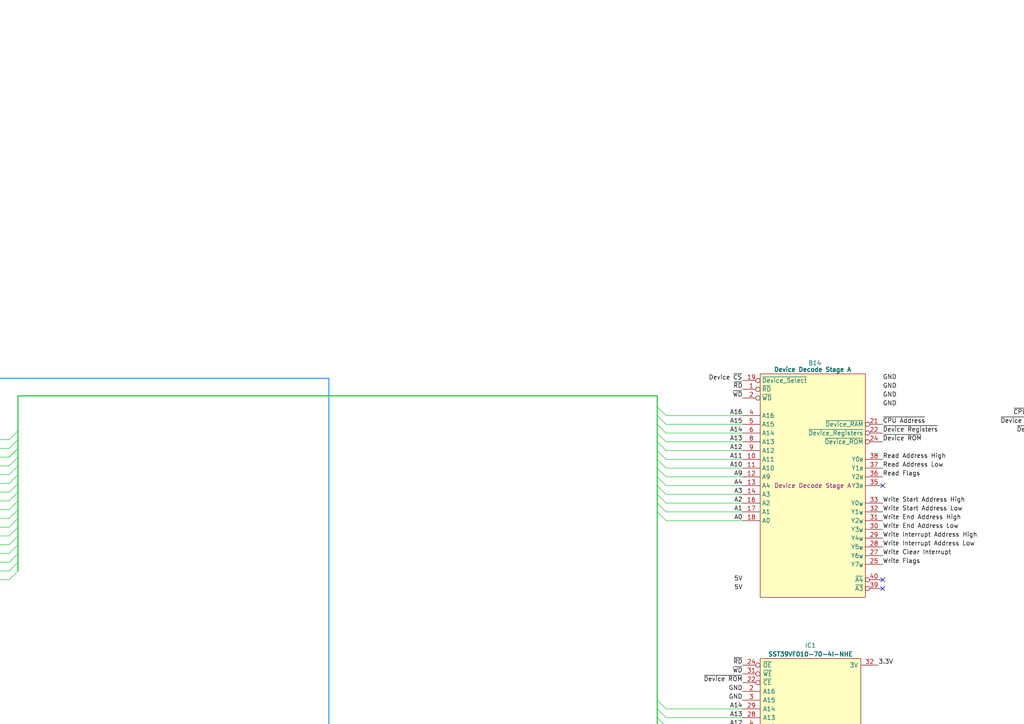
<source format=kicad_sch>
(kicad_sch (version 20230121) (generator eeschema)
  (paper "A4")
  (lib_symbols
    (symbol "Connector:Conn_01x40_Pin" (pin_names (offset 1.016) hide)
      (property "Reference" "J" (at 0 50.8 0))
      (property "Value" "Conn_01x40_Pin" (at 0 -53.34 0))
      (symbol "Conn_01x40_Pin_1_1"
        (pin passive line (at 5.08 48.26 180) (length 3.81) (name "Pin_1") (number "1"))
        (pin passive line (at 5.08 25.4 180) (length 3.81) (name "Pin_10") (number "10"))
        (pin passive line (at 5.08 22.86 180) (length 3.81) (name "Pin_11") (number "11"))
        (pin passive line (at 5.08 20.32 180) (length 3.81) (name "Pin_12") (number "12"))
        (pin passive line (at 5.08 17.78 180) (length 3.81) (name "Pin_13") (number "13"))
        (pin passive line (at 5.08 15.24 180) (length 3.81) (name "Pin_14") (number "14"))
        (pin passive line (at 5.08 12.7 180) (length 3.81) (name "Pin_15") (number "15"))
        (pin passive line (at 5.08 10.16 180) (length 3.81) (name "Pin_16") (number "16"))
        (pin passive line (at 5.08 7.62 180) (length 3.81) (name "Pin_17") (number "17"))
        (pin passive line (at 5.08 5.08 180) (length 3.81) (name "Pin_18") (number "18"))
        (pin passive line (at 5.08 2.54 180) (length 3.81) (name "Pin_19") (number "19"))
        (pin passive line (at 5.08 45.72 180) (length 3.81) (name "Pin_2") (number "2"))
        (pin passive line (at 5.08 0 180) (length 3.81) (name "Pin_20") (number "20"))
        (pin passive line (at 5.08 -2.54 180) (length 3.81) (name "Pin_21") (number "21"))
        (pin passive line (at 5.08 -5.08 180) (length 3.81) (name "Pin_22") (number "22"))
        (pin passive line (at 5.08 -7.62 180) (length 3.81) (name "Pin_23") (number "23"))
        (pin passive line (at 5.08 -10.16 180) (length 3.81) (name "Pin_24") (number "24"))
        (pin passive line (at 5.08 -12.7 180) (length 3.81) (name "Pin_25") (number "25"))
        (pin passive line (at 5.08 -15.24 180) (length 3.81) (name "Pin_26") (number "26"))
        (pin passive line (at 5.08 -17.78 180) (length 3.81) (name "Pin_27") (number "27"))
        (pin passive line (at 5.08 -20.32 180) (length 3.81) (name "Pin_28") (number "28"))
        (pin passive line (at 5.08 -22.86 180) (length 3.81) (name "Pin_29") (number "29"))
        (pin passive line (at 5.08 43.18 180) (length 3.81) (name "Pin_3") (number "3"))
        (pin passive line (at 5.08 -25.4 180) (length 3.81) (name "Pin_30") (number "30"))
        (pin passive line (at 5.08 -27.94 180) (length 3.81) (name "Pin_31") (number "31"))
        (pin passive line (at 5.08 -30.48 180) (length 3.81) (name "Pin_32") (number "32"))
        (pin passive line (at 5.08 -33.02 180) (length 3.81) (name "Pin_33") (number "33"))
        (pin passive line (at 5.08 -35.56 180) (length 3.81) (name "Pin_34") (number "34"))
        (pin passive line (at 5.08 -38.1 180) (length 3.81) (name "Pin_35") (number "35"))
        (pin passive line (at 5.08 -40.64 180) (length 3.81) (name "Pin_36") (number "36"))
        (pin passive line (at 5.08 -43.18 180) (length 3.81) (name "Pin_37") (number "37"))
        (pin passive line (at 5.08 -45.72 180) (length 3.81) (name "Pin_38") (number "38"))
        (pin passive line (at 5.08 -48.26 180) (length 3.81) (name "Pin_39") (number "39"))
        (pin passive line (at 5.08 40.64 180) (length 3.81) (name "Pin_4") (number "4"))
        (pin passive line (at 5.08 -50.8 180) (length 3.81) (name "Pin_40") (number "40"))
        (pin passive line (at 5.08 38.1 180) (length 3.81) (name "Pin_5") (number "5"))
        (pin passive line (at 5.08 35.56 180) (length 3.81) (name "Pin_6") (number "6"))
        (pin passive line (at 5.08 33.02 180) (length 3.81) (name "Pin_7") (number "7"))
        (pin passive line (at 5.08 30.48 180) (length 3.81) (name "Pin_8") (number "8"))
        (pin passive line (at 5.08 27.94 180) (length 3.81) (name "Pin_9") (number "9"))
      )
    )
    (symbol "Diodes_Inc:AP7365-33WG-7" (pin_names (offset 0.762))
      (property "Reference" "IC" (at 12.7 5.08 0))
      (property "Value" "AP7365-33WG-7" (at 12.7 3.175 0))
      (property "Description" "3.3V LDO voltage regulator" (at 12.7 -8.255 0))
      (symbol "AP7365-33WG-7_0_0"
        (pin passive line (at 0 0 0) (length 5.08) (name "VIN") (number "1"))
        (pin passive line (at 0 -5.08 0) (length 5.08) (name "GND") (number "2"))
        (pin input line (at 0 -2.54 0) (length 5.08) (name "EN") (number "3"))
        (pin passive line (at 25.4 -5.08 180) (length 5.08) (name "ADJ") (number "4"))
        (pin passive line (at 25.4 0 180) (length 5.08) (name "VOUT") (number "5"))
      )
    )
    (symbol "HCP65:C_0805" (pin_numbers hide) (pin_names (offset 0.254) hide)
      (property "Reference" "C" (at 2.286 2.54 0))
      (property "Value" "?μF" (at 2.54 -2.54 0))
      (symbol "C_0805_1_1"
        (pin passive line (at 0 0 0) (length 2.032) (name "~") (number "1"))
        (pin passive line (at 5.08 0 180) (length 2.032) (name "~") (number "2"))
      )
    )
    (symbol "HCP65:C_Polarized" (pin_numbers hide) (pin_names (offset 0.254))
      (property "Reference" "C" (at 0.635 2.54 0))
      (property "Description" "?μF" (at 0.635 -2.54 0))
      (symbol "C_Polarized_1_1"
        (pin passive line (at 0 3.81 270) (length 2.794) (name "~") (number "1"))
        (pin passive line (at 0 -3.81 90) (length 2.794) (name "~") (number "2"))
      )
    )
    (symbol "HCP65:Clock_Hold_Select"
      (property "Reference" "B" (at 15.875 5.08 0))
      (property "Value" "Clock Hold Select" (at 15.24 3.175 0))
      (property "Description" "Clock Hold Select" (at 14.605 -8.89 0))
      (symbol "Clock_Hold_Select_1_0"
        (pin no_connect line (at 35.56 -17.78 180) (length 5.08) hide (name "N.C.") (number "32"))
        (pin no_connect line (at 35.56 -17.78 180) (length 5.08) hide (name "N.C.") (number "33"))
        (pin passive line (at 35.56 -7.62 180) (length 5.08) hide (name "GND") (number "34"))
        (pin no_connect line (at 35.56 -17.78 180) (length 5.08) hide (name "N.C.") (number "35"))
        (pin no_connect inverted (at 35.56 -17.78 180) (length 5.08) hide (name "N.C.") (number "36"))
        (pin no_connect line (at 35.56 -17.78 180) (length 5.08) hide (name "N.C.") (number "37"))
        (pin no_connect line (at 35.56 -17.78 180) (length 5.08) hide (name "N.C.") (number "38"))
        (pin no_connect line (at 35.56 -17.78 180) (length 5.08) hide (name "N.C.") (number "39"))
      )
      (symbol "Clock_Hold_Select_1_1"
        (pin no_connect line (at 35.56 -17.78 180) (length 5.08) hide (name "N.C.") (number "1"))
        (pin input line (at -5.08 -2.54 0) (length 5.08) (name "~{Device_Registers}") (number "10"))
        (pin no_connect line (at 35.56 -17.78 180) (length 5.08) hide (name "N.C.") (number "11"))
        (pin no_connect line (at 35.56 -17.78 180) (length 5.08) hide (name "N.C.") (number "12"))
        (pin no_connect line (at 35.56 -17.78 180) (length 5.08) hide (name "N.C.") (number "13"))
        (pin no_connect line (at 35.56 -17.78 180) (length 5.08) hide (name "N.C.") (number "14"))
        (pin passive line (at 35.56 -2.54 180) (length 5.08) hide (name "GND") (number "15"))
        (pin no_connect line (at 35.56 -17.78 180) (length 5.08) hide (name "N.C.") (number "16"))
        (pin input line (at -5.08 -5.08 0) (length 5.08) (name "~{Device_ROM}") (number "17"))
        (pin no_connect line (at 35.56 -17.78 180) (length 5.08) hide (name "N.C.") (number "18"))
        (pin no_connect line (at 35.56 -17.78 180) (length 5.08) hide (name "N.C.") (number "19"))
        (pin no_connect line (at 35.56 -17.78 180) (length 5.08) hide (name "N.C.") (number "2"))
        (pin no_connect line (at 35.56 -17.78 180) (length 5.08) hide (name "N.C.") (number "20"))
        (pin no_connect line (at 35.56 -17.78 180) (length 5.08) hide (name "N.C.") (number "21"))
        (pin no_connect line (at 35.56 -17.78 180) (length 5.08) hide (name "N.C.") (number "22"))
        (pin passive line (at -5.08 -17.78 0) (length 5.08) hide (name "5V") (number "23"))
        (pin no_connect line (at 35.56 -17.78 180) (length 5.08) hide (name "N.C.") (number "24"))
        (pin no_connect line (at 35.56 -17.78 180) (length 5.08) hide (name "N.C.") (number "25"))
        (pin passive line (at 35.56 -5.08 180) (length 5.08) hide (name "GND") (number "26"))
        (pin output line (at 35.56 -10.16 180) (length 5.08) (name "H2") (number "27"))
        (pin output line (at 35.56 -12.7 180) (length 5.08) (name "H1") (number "28"))
        (pin output line (at 35.56 -15.24 180) (length 5.08) (name "H0") (number "29"))
        (pin passive line (at -5.08 -15.24 0) (length 5.08) hide (name "5V") (number "3"))
        (pin no_connect line (at 35.56 -17.78 180) (length 5.08) hide (name "N.C.") (number "30"))
        (pin no_connect line (at 35.56 -17.78 180) (length 5.08) hide (name "N.C.") (number "31"))
        (pin no_connect line (at 35.56 -17.78 180) (length 5.08) hide (name "N.C.") (number "4"))
        (pin no_connect line (at 35.56 -17.78 180) (length 5.08) hide (name "N.C.") (number "40"))
        (pin no_connect inverted (at 35.56 -17.78 180) (length 5.08) hide (name "N.C.") (number "5"))
        (pin input line (at -5.08 0 0) (length 5.08) (name "~{Device_RAM}") (number "6"))
        (pin passive line (at 35.56 0 180) (length 5.08) hide (name "GND") (number "7"))
        (pin no_connect line (at 35.56 -17.78 180) (length 5.08) hide (name "N.C.") (number "8"))
        (pin no_connect line (at 35.56 -17.78 180) (length 5.08) hide (name "N.C.") (number "9"))
      )
    )
    (symbol "HCP65:Device_Buffer"
      (property "Reference" "B" (at 15.875 5.08 0))
      (property "Value" "Device Buffer" (at 15.24 3.175 0))
      (property "Description" "Device Buffer" (at 15.24 -40.64 0))
      (symbol "Device_Buffer_1_0"
        (pin passive line (at 35.56 -5.08 180) (length 5.08) hide (name "GND") (number "42"))
        (pin tri_state line (at 35.56 -12.7 180) (length 5.08) (name "~{WD}_{OUT}") (number "53"))
        (pin tri_state line (at 35.56 -10.16 180) (length 5.08) (name "~{RD}_{OUT}") (number "54"))
      )
      (symbol "Device_Buffer_1_1"
        (pin input line (at -5.08 0 0) (length 5.08) (name "Device_~{CS}") (number "1"))
        (pin passive line (at 35.56 0 180) (length 5.08) hide (name "GND") (number "10"))
        (pin tri_state line (at -5.08 -83.82 0) (length 5.08) (name "D0_{IN/OUT}") (number "11"))
        (pin input line (at -5.08 -10.16 0) (length 5.08) (name "~{RD}_{IN}") (number "12"))
        (pin input line (at -5.08 -12.7 0) (length 5.08) (name "~{WD}_{IN}") (number "13"))
        (pin input line (at -5.08 -15.24 0) (length 5.08) (name "S_{IN}") (number "14"))
        (pin input line (at -5.08 -20.32 0) (length 5.08) (name "A16_{IN}") (number "15"))
        (pin input line (at -5.08 -22.86 0) (length 5.08) (name "A15_{IN}") (number "16"))
        (pin input line (at -5.08 -25.4 0) (length 5.08) (name "A14_{IN}") (number "17"))
        (pin input line (at -5.08 -27.94 0) (length 5.08) (name "A13_{IN}") (number "18"))
        (pin input line (at -5.08 -30.48 0) (length 5.08) (name "A12_{IN}") (number "19"))
        (pin tri_state line (at -5.08 -66.04 0) (length 5.08) (name "D7_{IN/OUT}") (number "2"))
        (pin input line (at -5.08 -33.02 0) (length 5.08) (name "A11_{IN}") (number "20"))
        (pin input line (at -5.08 -35.56 0) (length 5.08) (name "A10_{IN}") (number "21"))
        (pin input line (at -5.08 -38.1 0) (length 5.08) (name "A9_{IN}") (number "22"))
        (pin passive line (at 35.56 -2.54 180) (length 5.08) hide (name "GND") (number "23"))
        (pin input line (at -5.08 -40.64 0) (length 5.08) (name "A8_{IN}") (number "24"))
        (pin input line (at -5.08 -43.18 0) (length 5.08) (name "A7_{IN}") (number "25"))
        (pin input line (at -5.08 -45.72 0) (length 5.08) (name "A7_{IN}") (number "26"))
        (pin input line (at -5.08 -48.26 0) (length 5.08) (name "A5_{IN}") (number "27"))
        (pin input line (at -5.08 -50.8 0) (length 5.08) (name "A4_{IN}") (number "28"))
        (pin input line (at -5.08 -53.34 0) (length 5.08) (name "A3_{IN}") (number "29"))
        (pin passive line (at -5.08 -86.36 0) (length 5.08) hide (name "5V") (number "3"))
        (pin input line (at -5.08 -55.88 0) (length 5.08) (name "A2_{IN}") (number "30"))
        (pin input line (at -5.08 -58.42 0) (length 5.08) (name "A1_{IN}") (number "31"))
        (pin input line (at -5.08 -60.96 0) (length 5.08) (name "A0_{IN}") (number "32"))
        (pin tri_state line (at 35.56 -60.96 180) (length 5.08) (name "A0") (number "33"))
        (pin tri_state line (at 35.56 -58.42 180) (length 5.08) (name "A1") (number "34"))
        (pin passive line (at -5.08 -88.9 0) (length 5.08) hide (name "5V") (number "35"))
        (pin tri_state line (at 35.56 -55.88 180) (length 5.08) (name "A2") (number "36"))
        (pin tri_state line (at 35.56 -53.34 180) (length 5.08) (name "A3") (number "37"))
        (pin tri_state line (at 35.56 -50.8 180) (length 5.08) (name "A4") (number "38"))
        (pin tri_state line (at 35.56 -48.26 180) (length 5.08) (name "A5") (number "39"))
        (pin tri_state line (at -5.08 -68.58 0) (length 5.08) (name "D6_{IN/OUT}") (number "4"))
        (pin tri_state line (at 35.56 -45.72 180) (length 5.08) (name "A6") (number "40"))
        (pin tri_state line (at 35.56 -43.18 180) (length 5.08) (name "A7") (number "41"))
        (pin tri_state line (at 35.56 -40.64 180) (length 5.08) (name "A8") (number "43"))
        (pin tri_state line (at 35.56 -38.1 180) (length 5.08) (name "A9") (number "44"))
        (pin tri_state line (at 35.56 -35.56 180) (length 5.08) (name "A10") (number "45"))
        (pin tri_state line (at 35.56 -33.02 180) (length 5.08) (name "A11") (number "46"))
        (pin tri_state line (at 35.56 -30.48 180) (length 5.08) (name "A12") (number "47"))
        (pin tri_state line (at 35.56 -27.94 180) (length 5.08) (name "A13") (number "48"))
        (pin tri_state line (at 35.56 -25.4 180) (length 5.08) (name "A14") (number "49"))
        (pin tri_state line (at -5.08 -71.12 0) (length 5.08) (name "D5_{IN/OUT}") (number "5"))
        (pin tri_state line (at 35.56 -22.86 180) (length 5.08) (name "A15") (number "50"))
        (pin tri_state line (at 35.56 -20.32 180) (length 5.08) (name "A16") (number "51"))
        (pin tri_state line (at 35.56 -15.24 180) (length 5.08) (name "S") (number "52"))
        (pin passive line (at 35.56 -7.62 180) (length 5.08) hide (name "GND") (number "55"))
        (pin tri_state line (at 35.56 -83.82 180) (length 5.08) (name "D0") (number "56"))
        (pin tri_state line (at 35.56 -81.28 180) (length 5.08) (name "D1") (number "57"))
        (pin tri_state line (at 35.56 -78.74 180) (length 5.08) (name "D2") (number "58"))
        (pin tri_state line (at 35.56 -76.2 180) (length 5.08) (name "D3") (number "59"))
        (pin tri_state line (at -5.08 -73.66 0) (length 5.08) (name "D4_{IN/OUT}") (number "6"))
        (pin tri_state line (at 35.56 -73.66 180) (length 5.08) (name "D4") (number "60"))
        (pin tri_state line (at 35.56 -71.12 180) (length 5.08) (name "D5") (number "61"))
        (pin tri_state line (at 35.56 -68.58 180) (length 5.08) (name "D6") (number "62"))
        (pin tri_state line (at 35.56 -66.04 180) (length 5.08) (name "D7") (number "63"))
        (pin input line (at -5.08 -2.54 0) (length 5.08) (name "DIR") (number "64"))
        (pin tri_state line (at -5.08 -76.2 0) (length 5.08) (name "D3_{IN/OUT}") (number "7"))
        (pin tri_state line (at -5.08 -78.74 0) (length 5.08) (name "D2_{IN/OUT}") (number "8"))
        (pin tri_state line (at -5.08 -81.28 0) (length 5.08) (name "D1_{IN/OUT}") (number "9"))
      )
    )
    (symbol "HCP65:Device_Decode_Stage_A"
      (property "Reference" "B" (at 15.875 5.08 0))
      (property "Value" "Device Decode Stage A" (at 15.24 3.175 0))
      (property "Description" "Device Decode Stage A" (at 15.24 -30.48 0))
      (symbol "Device_Decode_Stage_A_1_0"
        (pin output line (at 35.56 -38.1 180) (length 5.08) (name "Y1_{W}") (number "32"))
        (pin output line (at 35.56 -35.56 180) (length 5.08) (name "Y0_{W}") (number "33"))
        (pin passive line (at 35.56 -7.62 180) (length 5.08) hide (name "GND") (number "34"))
        (pin output line (at 35.56 -30.48 180) (length 5.08) (name "Y3_{R}") (number "35"))
        (pin output line (at 35.56 -27.94 180) (length 5.08) (name "Y2_{R}") (number "36"))
        (pin output line (at 35.56 -25.4 180) (length 5.08) (name "Y1_{R}") (number "37"))
        (pin output line (at 35.56 -22.86 180) (length 5.08) (name "Y0_{R}") (number "38"))
        (pin output inverted (at 35.56 -60.325 180) (length 5.08) (name "~{A3}") (number "39"))
      )
      (symbol "Device_Decode_Stage_A_1_1"
        (pin input inverted (at -5.08 -2.54 0) (length 5.08) (name "~{RD}") (number "1"))
        (pin input line (at -5.08 -22.86 0) (length 5.08) (name "A11") (number "10"))
        (pin input line (at -5.08 -25.4 0) (length 5.08) (name "A10") (number "11"))
        (pin input line (at -5.08 -27.94 0) (length 5.08) (name "A9") (number "12"))
        (pin input line (at -5.08 -30.48 0) (length 5.08) (name "A4") (number "13"))
        (pin input line (at -5.08 -33.02 0) (length 5.08) (name "A3") (number "14"))
        (pin passive line (at 35.56 -2.54 180) (length 5.08) hide (name "GND") (number "15"))
        (pin input line (at -5.08 -35.56 0) (length 5.08) (name "A2") (number "16"))
        (pin input line (at -5.08 -38.1 0) (length 5.08) (name "A1") (number "17"))
        (pin input line (at -5.08 -40.64 0) (length 5.08) (name "A0") (number "18"))
        (pin input inverted (at -5.08 0 0) (length 5.08) (name "~{Device_Select}") (number "19"))
        (pin input inverted (at -5.08 -5.08 0) (length 5.08) (name "~{WD}") (number "2"))
        (pin no_connect inverted (at 35.56 -10.16 180) (length 5.08) hide (name "N.C.") (number "20"))
        (pin output inverted (at 35.56 -12.7 180) (length 5.08) (name "~{Device_RAM}") (number "21"))
        (pin output inverted (at 35.56 -15.24 180) (length 5.08) (name "~{Device_Registers}") (number "22"))
        (pin passive line (at -5.08 -60.96 0) (length 5.08) hide (name "5V") (number "23"))
        (pin output inverted (at 35.56 -17.78 180) (length 5.08) (name "~{Device_ROM}") (number "24"))
        (pin output line (at 35.56 -53.34 180) (length 5.08) (name "Y7_{W}") (number "25"))
        (pin passive line (at 35.56 -5.08 180) (length 5.08) hide (name "GND") (number "26"))
        (pin output line (at 35.56 -50.8 180) (length 5.08) (name "Y6_{W}") (number "27"))
        (pin output line (at 35.56 -48.26 180) (length 5.08) (name "Y5_{W}") (number "28"))
        (pin output line (at 35.56 -45.72 180) (length 5.08) (name "Y4_{W}") (number "29"))
        (pin passive line (at -5.08 -58.42 0) (length 5.08) hide (name "5V") (number "3"))
        (pin output line (at 35.56 -43.18 180) (length 5.08) (name "Y3_{W}") (number "30"))
        (pin output line (at 35.56 -40.64 180) (length 5.08) (name "Y2_{W}") (number "31"))
        (pin input line (at -5.08 -10.16 0) (length 5.08) (name "A16") (number "4"))
        (pin output inverted (at 35.56 -57.785 180) (length 5.08) (name "~{A4}") (number "40"))
        (pin input line (at -5.08 -12.7 0) (length 5.08) (name "A15") (number "5"))
        (pin input line (at -5.08 -15.24 0) (length 5.08) (name "A14") (number "6"))
        (pin passive line (at 35.56 0 180) (length 5.08) hide (name "GND") (number "7"))
        (pin input line (at -5.08 -17.78 0) (length 5.08) (name "A13") (number "8"))
        (pin input line (at -5.08 -20.32 0) (length 5.08) (name "A12") (number "9"))
      )
    )
    (symbol "Mechanical:MountingHole_Pad" (pin_numbers hide) (pin_names (offset 1.016) hide)
      (property "Reference" "H" (at 0 6.35 0))
      (property "Value" "MountingHole_Pad" (at 0 4.445 0))
      (symbol "MountingHole_Pad_1_1"
        (pin input line (at 0 -2.54 90) (length 2.54) (name "1") (number "1"))
      )
    )
    (symbol "Microchip:SST39VF010-70-4I-NHE" (pin_names (offset 0.762))
      (property "Reference" "IC" (at 19.685 5.715 0))
      (property "Value" "SST39VF010-70-4I-NHE" (at 19.685 3.175 0))
      (property "Description" "32 pin PLCC socket\n(1 Mbit NOR Flash)" (at 19.685 -21.59 0))
      (symbol "SST39VF010-70-4I-NHE_1_0"
        (pin passive line (at 0 -50.8 0) (length 5.08) hide (name "GND") (number "16"))
      )
      (symbol "SST39VF010-70-4I-NHE_1_1"
        (pin no_connect line (at 39.37 -5.08 180) (length 5.08) hide (name "N.C.") (number "1"))
        (pin input line (at 0 -43.18 0) (length 5.08) (name "A2") (number "10"))
        (pin input line (at 0 -45.72 0) (length 5.08) (name "A1") (number "11"))
        (pin input line (at 0 -48.26 0) (length 5.08) (name "A0") (number "12"))
        (pin tri_state line (at 29.21 -58.42 90) (length 5.08) (name "DQ0") (number "13"))
        (pin tri_state line (at 26.67 -58.42 90) (length 5.08) (name "DQ1") (number "14"))
        (pin tri_state line (at 24.13 -58.42 90) (length 5.08) (name "DQ2") (number "15"))
        (pin tri_state line (at 21.59 -58.42 90) (length 5.08) (name "DQ3") (number "17"))
        (pin tri_state line (at 19.05 -58.42 90) (length 5.08) (name "DQ4") (number "18"))
        (pin tri_state line (at 16.51 -58.42 90) (length 5.08) (name "DQ5") (number "19"))
        (pin input line (at 0 -7.62 0) (length 5.08) (name "A16") (number "2"))
        (pin tri_state line (at 13.97 -58.42 90) (length 5.08) (name "DQ6") (number "20"))
        (pin tri_state line (at 11.43 -58.42 90) (length 5.08) (name "DQ7") (number "21"))
        (pin input inverted (at 0 -5.08 0) (length 5.08) (name "~{CE}") (number "22"))
        (pin input line (at 0 -22.86 0) (length 5.08) (name "A10") (number "23"))
        (pin input inverted (at 0 0 0) (length 5.08) (name "~{OE}") (number "24"))
        (pin input line (at 0 -20.32 0) (length 5.08) (name "A11") (number "25"))
        (pin input line (at 0 -25.4 0) (length 5.08) (name "A9") (number "26"))
        (pin input line (at 0 -27.94 0) (length 5.08) (name "A8") (number "27"))
        (pin input line (at 0 -15.24 0) (length 5.08) (name "A13") (number "28"))
        (pin input line (at 0 -12.7 0) (length 5.08) (name "A14") (number "29"))
        (pin input line (at 0 -10.16 0) (length 5.08) (name "A15") (number "3"))
        (pin no_connect line (at 39.37 -2.54 180) (length 5.08) hide (name "N.C.") (number "30"))
        (pin input inverted (at 0 -2.54 0) (length 5.08) (name "~{WE}") (number "31"))
        (pin passive line (at 39.37 0 180) (length 5.08) (name "3V") (number "32"))
        (pin input line (at 0 -17.78 0) (length 5.08) (name "A12") (number "4"))
        (pin input line (at 0 -30.48 0) (length 5.08) (name "A7") (number "5"))
        (pin input line (at 0 -33.02 0) (length 5.08) (name "A6") (number "6"))
        (pin input line (at 0 -35.56 0) (length 5.08) (name "A5") (number "7"))
        (pin input line (at 0 -38.1 0) (length 5.08) (name "A4") (number "8"))
        (pin input line (at 0 -40.64 0) (length 5.08) (name "A3") (number "9"))
      )
    )
    (symbol "ST_Microelectronics:LD1117S50C" (pin_names (offset 0.762))
      (property "Reference" "IC" (at 8.255 5.08 0))
      (property "Value" "LD1117S50C" (at 8.255 3.175 0))
      (symbol "LD1117S50C_0_0"
        (pin passive line (at 6.985 -12.065 90) (length 5.08) (name "GND") (number "1"))
      )
      (symbol "LD1117S50C_1_0"
        (pin passive line (at 20.955 0 180) (length 5.08) (name "5.0VOut") (number "2"))
        (pin passive line (at -5.08 0 0) (length 5.08) (name "15VIn") (number "3"))
        (pin no_connect line (at 9.525 -12.065 90) (length 5.08) hide (name "N.C") (number "4"))
      )
    )
  )
  (junction (at -85.598 224.663))
  (junction (at -119.253 224.663))
  (junction (at -4.318 224.663))
  (junction (at -33.528 224.663))
  (no_connect (at 256.032 140.843))
  (no_connect (at -19.558 122.428))
  (no_connect (at 256.032 170.688))
  (no_connect (at -8.128 229.743))
  (no_connect (at 256.032 168.148))
  (bus_entry (at 190.627 123.063) (size 2.54 2.54) (stroke (width 0) (color 24 199 56 1)))
  (bus_entry (at 190.627 208.153) (size 2.54 2.54) (stroke (width 0) (color 24 199 56 1)))
  (bus_entry (at 5.207 135.128) (size -2.54 2.54) (stroke (width 0) (color 24 199 56 1)))
  (bus_entry (at 5.207 132.588) (size -2.54 2.54) (stroke (width 0) (color 24 199 56 1)))
  (bus_entry (at 190.627 133.223) (size 2.54 2.54) (stroke (width 0) (color 24 199 56 1)))
  (bus_entry (at 244.602 260.223) (size -2.54 2.54) (stroke (width 0) (color 36 156 255 1)))
  (bus_entry (at 190.627 213.233) (size 2.54 2.54) (stroke (width 0) (color 24 199 56 1)))
  (bus_entry (at 5.207 130.048) (size -2.54 2.54) (stroke (width 0) (color 24 199 56 1)))
  (bus_entry (at 190.627 117.983) (size 2.54 2.54) (stroke (width 0) (color 24 199 56 1)))
  (bus_entry (at 190.627 228.473) (size 2.54 2.54) (stroke (width 0) (color 24 199 56 1)))
  (bus_entry (at 234.442 260.223) (size -2.54 2.54) (stroke (width 0) (color 36 156 255 1)))
  (bus_entry (at 5.207 147.828) (size -2.54 2.54) (stroke (width 0) (color 24 199 56 1)))
  (bus_entry (at 190.627 148.463) (size 2.54 2.54) (stroke (width 0) (color 24 199 56 1)))
  (bus_entry (at 190.627 145.923) (size 2.54 2.54) (stroke (width 0) (color 24 199 56 1)))
  (bus_entry (at 5.207 137.668) (size -2.54 2.54) (stroke (width 0) (color 24 199 56 1)))
  (bus_entry (at 5.207 150.368) (size -2.54 2.54) (stroke (width 0) (color 24 199 56 1)))
  (bus_entry (at 190.627 140.843) (size 2.54 2.54) (stroke (width 0) (color 24 199 56 1)))
  (bus_entry (at 190.627 233.553) (size 2.54 2.54) (stroke (width 0) (color 24 199 56 1)))
  (bus_entry (at 5.207 142.748) (size -2.54 2.54) (stroke (width 0) (color 24 199 56 1)))
  (bus_entry (at 190.627 225.933) (size 2.54 2.54) (stroke (width 0) (color 24 199 56 1)))
  (bus_entry (at 5.207 157.988) (size -2.54 2.54) (stroke (width 0) (color 24 199 56 1)))
  (bus_entry (at 5.207 160.528) (size -2.54 2.54) (stroke (width 0) (color 24 199 56 1)))
  (bus_entry (at -10.668 188.468) (size 2.54 -2.54) (stroke (width 0) (color 36 156 255 1)))
  (bus_entry (at 239.522 260.223) (size -2.54 2.54) (stroke (width 0) (color 36 156 255 1)))
  (bus_entry (at -10.668 178.308) (size 2.54 -2.54) (stroke (width 0) (color 36 156 255 1)))
  (bus_entry (at -10.668 175.768) (size 2.54 -2.54) (stroke (width 0) (color 36 156 255 1)))
  (bus_entry (at 5.207 145.288) (size -2.54 2.54) (stroke (width 0) (color 24 199 56 1)))
  (bus_entry (at 190.627 218.313) (size 2.54 2.54) (stroke (width 0) (color 24 199 56 1)))
  (bus_entry (at 5.207 127.508) (size -2.54 2.54) (stroke (width 0) (color 24 199 56 1)))
  (bus_entry (at -10.668 180.848) (size 2.54 -2.54) (stroke (width 0) (color 36 156 255 1)))
  (bus_entry (at 190.627 128.143) (size 2.54 2.54) (stroke (width 0) (color 24 199 56 1)))
  (bus_entry (at 242.062 260.223) (size -2.54 2.54) (stroke (width 0) (color 36 156 255 1)))
  (bus_entry (at -10.668 173.228) (size 2.54 -2.54) (stroke (width 0) (color 36 156 255 1)))
  (bus_entry (at 190.627 236.093) (size 2.54 2.54) (stroke (width 0) (color 24 199 56 1)))
  (bus_entry (at 190.627 223.393) (size 2.54 2.54) (stroke (width 0) (color 24 199 56 1)))
  (bus_entry (at 5.207 165.608) (size -2.54 2.54) (stroke (width 0) (color 24 199 56 1)))
  (bus_entry (at 190.627 125.603) (size 2.54 2.54) (stroke (width 0) (color 24 199 56 1)))
  (bus_entry (at 190.627 220.853) (size 2.54 2.54) (stroke (width 0) (color 24 199 56 1)))
  (bus_entry (at -10.668 185.928) (size 2.54 -2.54) (stroke (width 0) (color 36 156 255 1)))
  (bus_entry (at 190.627 238.633) (size 2.54 2.54) (stroke (width 0) (color 24 199 56 1)))
  (bus_entry (at 5.207 152.908) (size -2.54 2.54) (stroke (width 0) (color 24 199 56 1)))
  (bus_entry (at 5.207 124.968) (size -2.54 2.54) (stroke (width 0) (color 24 199 56 1)))
  (bus_entry (at 226.822 260.223) (size -2.54 2.54) (stroke (width 0) (color 36 156 255 1)))
  (bus_entry (at 190.627 120.523) (size 2.54 2.54) (stroke (width 0) (color 24 199 56 1)))
  (bus_entry (at 190.627 215.773) (size 2.54 2.54) (stroke (width 0) (color 24 199 56 1)))
  (bus_entry (at 190.627 210.693) (size 2.54 2.54) (stroke (width 0) (color 24 199 56 1)))
  (bus_entry (at 190.627 130.683) (size 2.54 2.54) (stroke (width 0) (color 24 199 56 1)))
  (bus_entry (at 190.627 138.303) (size 2.54 2.54) (stroke (width 0) (color 24 199 56 1)))
  (bus_entry (at 190.627 231.013) (size 2.54 2.54) (stroke (width 0) (color 24 199 56 1)))
  (bus_entry (at -10.668 183.388) (size 2.54 -2.54) (stroke (width 0) (color 36 156 255 1)))
  (bus_entry (at 5.207 163.068) (size -2.54 2.54) (stroke (width 0) (color 24 199 56 1)))
  (bus_entry (at 5.207 140.208) (size -2.54 2.54) (stroke (width 0) (color 24 199 56 1)))
  (bus_entry (at 236.982 260.223) (size -2.54 2.54) (stroke (width 0) (color 36 156 255 1)))
  (bus_entry (at -10.668 191.008) (size 2.54 -2.54) (stroke (width 0) (color 36 156 255 1)))
  (bus_entry (at 5.207 155.448) (size -2.54 2.54) (stroke (width 0) (color 24 199 56 1)))
  (bus_entry (at 229.362 260.223) (size -2.54 2.54) (stroke (width 0) (color 36 156 255 1)))
  (bus_entry (at 190.627 143.383) (size 2.54 2.54) (stroke (width 0) (color 24 199 56 1)))
  (bus_entry (at 231.902 260.223) (size -2.54 2.54) (stroke (width 0) (color 36 156 255 1)))
  (bus_entry (at 5.207 130.048) (size -2.54 2.54) (stroke (width 0) (color 24 199 56 1)))
  (bus_entry (at 190.627 205.613) (size 2.54 2.54) (stroke (width 0) (color 24 199 56 1)))
  (bus_entry (at 190.627 135.763) (size 2.54 2.54) (stroke (width 0) (color 24 199 56 1)))
  (bus_entry (at 190.627 203.073) (size 2.54 2.54) (stroke (width 0) (color 24 199 56 1)))
  (wire (pts (xy 193.167 125.603) (xy 215.392 125.603)) (stroke (width 0) (color 24 199 56 1)))
  (wire (pts (xy 193.167 138.303) (xy 215.392 138.303)) (stroke (width 0) (color 24 199 56 1)))
  (bus (pts (xy 190.627 133.223) (xy 190.627 135.763)) (stroke (width 0) (color 24 199 56 1)))
  (wire (pts (xy 193.167 238.633) (xy 215.392 238.633)) (stroke (width 0) (color 24 199 56 1)))
  (bus (pts (xy 5.207 127.508) (xy 5.207 130.048)) (stroke (width 0) (color 24 199 56 1)))
  (wire (pts (xy -8.128 224.663) (xy -4.318 224.663)))
  (wire (pts (xy 193.167 148.463) (xy 215.392 148.463)) (stroke (width 0) (color 24 199 56 1)))
  (bus (pts (xy 190.627 143.383) (xy 190.627 145.923)) (stroke (width 0) (color 24 199 56 1)))
  (wire (pts (xy 193.167 133.223) (xy 215.392 133.223)) (stroke (width 0) (color 24 199 56 1)))
  (wire (pts (xy 229.362 260.223) (xy 229.362 251.333)) (stroke (width 0) (color 36 156 255 1)))
  (bus (pts (xy 231.902 262.763) (xy 229.362 262.763)) (stroke (width 0) (color 36 156 255 1)))
  (wire (pts (xy -48.768 224.663) (xy -48.768 229.743)))
  (wire (pts (xy 236.982 260.223) (xy 236.982 251.333)) (stroke (width 0) (color 36 156 255 1)))
  (bus (pts (xy 5.207 142.748) (xy 5.207 140.208)) (stroke (width 0) (color 24 199 56 1)))
  (wire (pts (xy -79.883 224.663) (xy -85.598 224.663)))
  (wire (pts (xy 2.667 155.448) (xy -19.558 155.448)) (stroke (width 0) (color 24 199 56 1)))
  (wire (pts (xy 234.442 260.223) (xy 234.442 251.333)) (stroke (width 0) (color 36 156 255 1)))
  (wire (pts (xy 193.167 218.313) (xy 215.392 218.313)) (stroke (width 0) (color 24 199 56 1)))
  (bus (pts (xy 190.627 233.553) (xy 190.627 236.093)) (stroke (width 0) (color 24 199 56 1)))
  (bus (pts (xy 190.627 220.853) (xy 190.627 223.393)) (stroke (width 0) (color 24 199 56 1)))
  (wire (pts (xy 2.667 157.988) (xy -19.558 157.988)) (stroke (width 0) (color 24 199 56 1)))
  (bus (pts (xy 190.627 140.843) (xy 190.627 143.383)) (stroke (width 0) (color 24 199 56 1)))
  (bus (pts (xy 190.627 128.143) (xy 190.627 130.683)) (stroke (width 0) (color 24 199 56 1)))
  (bus (pts (xy 229.362 262.763) (xy 226.822 262.763)) (stroke (width 0) (color 36 156 255 1)))
  (bus (pts (xy 190.627 218.313) (xy 190.627 220.853)) (stroke (width 0) (color 24 199 56 1)))
  (wire (pts (xy 2.667 140.208) (xy -19.558 140.208)) (stroke (width 0) (color 24 199 56 1)))
  (wire (pts (xy -119.253 236.728) (xy -119.253 232.283)))
  (bus (pts (xy 190.627 231.013) (xy 190.627 233.553)) (stroke (width 0) (color 24 199 56 1)))
  (wire (pts (xy 193.167 208.153) (xy 215.392 208.153)) (stroke (width 0) (color 24 199 56 1)))
  (bus (pts (xy 190.627 215.773) (xy 190.627 213.233)) (stroke (width 0) (color 24 199 56 1)))
  (bus (pts (xy -8.128 175.768) (xy -8.128 173.228)) (stroke (width 0) (color 36 156 255 1)))
  (bus (pts (xy 190.627 125.603) (xy 190.627 123.063)) (stroke (width 0) (color 24 199 56 1)))
  (wire (pts (xy -119.253 224.663) (xy -115.443 224.663)))
  (bus (pts (xy 5.207 150.368) (xy 5.207 152.908)) (stroke (width 0) (color 24 199 56 1)))
  (bus (pts (xy 190.627 203.073) (xy 190.627 205.613)) (stroke (width 0) (color 24 199 56 1)))
  (bus (pts (xy 234.442 262.763) (xy 231.902 262.763)) (stroke (width 0) (color 36 156 255 1)))
  (bus (pts (xy 5.207 160.528) (xy 5.207 163.068)) (stroke (width 0) (color 24 199 56 1)))
  (wire (pts (xy 2.667 135.128) (xy -19.558 135.128)) (stroke (width 0) (color 24 199 56 1)))
  (bus (pts (xy 226.822 262.763) (xy 224.282 262.763)) (stroke (width 0) (color 36 156 255 1)))
  (wire (pts (xy -10.668 173.228) (xy -19.558 173.228)) (stroke (width 0) (color 36 156 255 1)))
  (wire (pts (xy 193.167 130.683) (xy 215.392 130.683)) (stroke (width 0) (color 24 199 56 1)))
  (wire (pts (xy 193.167 225.933) (xy 215.392 225.933)) (stroke (width 0) (color 24 199 56 1)))
  (wire (pts (xy 193.167 241.173) (xy 215.392 241.173)) (stroke (width 0) (color 24 199 56 1)))
  (bus (pts (xy 190.627 125.603) (xy 190.627 128.143)) (stroke (width 0) (color 24 199 56 1)))
  (bus (pts (xy -8.128 173.228) (xy -8.128 170.688)) (stroke (width 0) (color 36 156 255 1)))
  (wire (pts (xy 231.902 260.223) (xy 231.902 251.333)) (stroke (width 0) (color 36 156 255 1)))
  (wire (pts (xy 242.062 260.223) (xy 242.062 251.333)) (stroke (width 0) (color 36 156 255 1)))
  (wire (pts (xy 239.522 260.223) (xy 239.522 251.333)) (stroke (width 0) (color 36 156 255 1)))
  (wire (pts (xy 193.167 233.553) (xy 215.392 233.553)) (stroke (width 0) (color 24 199 56 1)))
  (wire (pts (xy -85.598 224.663) (xy -89.408 224.663)))
  (wire (pts (xy 193.167 231.013) (xy 215.392 231.013)) (stroke (width 0) (color 24 199 56 1)))
  (wire (pts (xy 193.167 205.613) (xy 215.392 205.613)) (stroke (width 0) (color 24 199 56 1)))
  (wire (pts (xy 193.167 143.383) (xy 215.392 143.383)) (stroke (width 0) (color 24 199 56 1)))
  (wire (pts (xy 193.167 213.233) (xy 215.392 213.233)) (stroke (width 0) (color 24 199 56 1)))
  (wire (pts (xy 2.667 150.368) (xy -19.558 150.368)) (stroke (width 0) (color 24 199 56 1)))
  (bus (pts (xy 190.627 120.523) (xy 190.627 123.063)) (stroke (width 0) (color 24 199 56 1)))
  (wire (pts (xy 193.167 120.523) (xy 215.392 120.523)) (stroke (width 0) (color 24 199 56 1)))
  (wire (pts (xy 2.667 142.748) (xy -19.558 142.748)) (stroke (width 0) (color 24 199 56 1)))
  (wire (pts (xy 193.167 123.063) (xy 215.392 123.063)) (stroke (width 0) (color 24 199 56 1)))
  (bus (pts (xy 95.377 262.763) (xy 224.282 262.763)) (stroke (width 0) (color 36 156 255 1)))
  (wire (pts (xy -10.668 185.928) (xy -19.558 185.928)) (stroke (width 0) (color 36 156 255 1)))
  (bus (pts (xy 190.627 138.303) (xy 190.627 140.843)) (stroke (width 0) (color 24 199 56 1)))
  (wire (pts (xy 193.167 223.393) (xy 215.392 223.393)) (stroke (width 0) (color 24 199 56 1)))
  (wire (pts (xy 244.602 260.223) (xy 244.602 251.333)) (stroke (width 0) (color 36 156 255 1)))
  (wire (pts (xy -4.318 229.743) (xy -4.318 224.663)))
  (bus (pts (xy 5.207 155.448) (xy 5.207 157.988)) (stroke (width 0) (color 24 199 56 1)))
  (bus (pts (xy 190.627 117.983) (xy 190.627 120.523)) (stroke (width 0) (color 24 199 56 1)))
  (bus (pts (xy -8.128 183.388) (xy -8.128 180.848)) (stroke (width 0) (color 36 156 255 1)))
  (wire (pts (xy 2.667 163.068) (xy -19.558 163.068)) (stroke (width 0) (color 24 199 56 1)))
  (wire (pts (xy 193.167 228.473) (xy 215.392 228.473)) (stroke (width 0) (color 24 199 56 1)))
  (bus (pts (xy 190.627 148.463) (xy 190.627 203.073)) (stroke (width 0) (color 24 199 56 1)))
  (wire (pts (xy 2.667 160.528) (xy -19.558 160.528)) (stroke (width 0) (color 24 199 56 1)))
  (wire (pts (xy -10.668 178.308) (xy -19.558 178.308)) (stroke (width 0) (color 36 156 255 1)))
  (bus (pts (xy 190.627 114.808) (xy 190.627 117.983)) (stroke (width 0) (color 24 199 56 1)))
  (bus (pts (xy 190.627 130.683) (xy 190.627 133.223)) (stroke (width 0) (color 24 199 56 1)))
  (bus (pts (xy 5.207 157.988) (xy 5.207 160.528)) (stroke (width 0) (color 24 199 56 1)))
  (bus (pts (xy 236.982 262.763) (xy 234.442 262.763)) (stroke (width 0) (color 36 156 255 1)))
  (bus (pts (xy 95.377 109.728) (xy 95.377 262.763)) (stroke (width 0) (color 36 156 255 1)))
  (bus (pts (xy 190.627 208.153) (xy 190.627 210.693)) (stroke (width 0) (color 24 199 56 1)))
  (wire (pts (xy 193.167 220.853) (xy 215.392 220.853)) (stroke (width 0) (color 24 199 56 1)))
  (wire (pts (xy 193.167 128.143) (xy 215.392 128.143)) (stroke (width 0) (color 24 199 56 1)))
  (bus (pts (xy -8.128 109.728) (xy -8.128 170.688)) (stroke (width 0) (color 36 156 255 1)))
  (bus (pts (xy 190.627 223.393) (xy 190.627 225.933)) (stroke (width 0) (color 24 199 56 1)))
  (wire (pts (xy -10.668 188.468) (xy -19.558 188.468)) (stroke (width 0) (color 36 156 255 1)))
  (wire (pts (xy 193.167 215.773) (xy 215.392 215.773)) (stroke (width 0) (color 24 199 56 1)))
  (bus (pts (xy -8.128 180.848) (xy -8.128 178.308)) (stroke (width 0) (color 36 156 255 1)))
  (wire (pts (xy 2.667 165.608) (xy -19.558 165.608)) (stroke (width 0) (color 24 199 56 1)))
  (bus (pts (xy 5.207 135.128) (xy 5.207 137.668)) (stroke (width 0) (color 24 199 56 1)))
  (wire (pts (xy 2.667 168.148) (xy -19.558 168.148)) (stroke (width 0) (color 24 199 56 1)))
  (bus (pts (xy 5.207 124.968) (xy 5.207 127.508)) (stroke (width 0) (color 24 199 56 1)))
  (wire (pts (xy 193.167 140.843) (xy 215.392 140.843)) (stroke (width 0) (color 24 199 56 1)))
  (wire (pts (xy 193.167 210.693) (xy 215.392 210.693)) (stroke (width 0) (color 24 199 56 1)))
  (wire (pts (xy -124.333 224.663) (xy -119.253 224.663)))
  (bus (pts (xy 190.627 145.923) (xy 190.627 148.463)) (stroke (width 0) (color 24 199 56 1)))
  (wire (pts (xy -10.668 191.008) (xy -19.558 191.008)) (stroke (width 0) (color 36 156 255 1)))
  (bus (pts (xy 190.627 210.693) (xy 190.627 213.233)) (stroke (width 0) (color 24 199 56 1)))
  (bus (pts (xy 5.207 163.068) (xy 5.207 165.608)) (stroke (width 0) (color 24 199 56 1)))
  (bus (pts (xy 5.207 137.668) (xy 5.207 140.208)) (stroke (width 0) (color 24 199 56 1)))
  (wire (pts (xy -10.668 175.768) (xy -19.558 175.768)) (stroke (width 0) (color 36 156 255 1)))
  (bus (pts (xy 5.207 114.808) (xy 190.627 114.808)) (stroke (width 0) (color 24 199 56 1)))
  (bus (pts (xy 5.207 147.828) (xy 5.207 150.368)) (stroke (width 0) (color 24 199 56 1)))
  (bus (pts (xy 5.207 130.048) (xy 5.207 132.588)) (stroke (width 0) (color 24 199 56 1)))
  (bus (pts (xy 5.207 145.288) (xy 5.207 147.828)) (stroke (width 0) (color 24 199 56 1)))
  (wire (pts (xy 193.167 236.093) (xy 215.392 236.093)) (stroke (width 0) (color 24 199 56 1)))
  (bus (pts (xy 190.627 135.763) (xy 190.627 138.303)) (stroke (width 0) (color 24 199 56 1)))
  (wire (pts (xy 2.667 152.908) (xy -19.558 152.908)) (stroke (width 0) (color 24 199 56 1)))
  (wire (pts (xy 2.667 127.508) (xy -19.558 127.508)) (stroke (width 0) (color 24 199 56 1)))
  (wire (pts (xy 2.667 147.828) (xy -19.558 147.828)) (stroke (width 0) (color 24 199 56 1)))
  (wire (pts (xy 193.167 151.003) (xy 215.392 151.003)) (stroke (width 0) (color 24 199 56 1)))
  (bus (pts (xy 190.627 236.093) (xy 190.627 238.633)) (stroke (width 0) (color 24 199 56 1)))
  (wire (pts (xy 2.667 137.668) (xy -19.558 137.668)) (stroke (width 0) (color 24 199 56 1)))
  (bus (pts (xy -8.128 185.928) (xy -8.128 183.388)) (stroke (width 0) (color 36 156 255 1)))
  (wire (pts (xy -10.668 183.388) (xy -19.558 183.388)) (stroke (width 0) (color 36 156 255 1)))
  (bus (pts (xy 5.207 132.588) (xy 5.207 135.128)) (stroke (width 0) (color 24 199 56 1)))
  (wire (pts (xy -85.598 236.728) (xy -85.598 232.283)))
  (bus (pts (xy 190.627 205.613) (xy 190.627 208.153)) (stroke (width 0) (color 24 199 56 1)))
  (wire (pts (xy 2.667 130.048) (xy -19.558 130.048)) (stroke (width 0) (color 24 199 56 1)))
  (bus (pts (xy 242.062 262.763) (xy 239.522 262.763)) (stroke (width 0) (color 36 156 255 1)))
  (bus (pts (xy 5.207 142.748) (xy 5.207 145.288)) (stroke (width 0) (color 24 199 56 1)))
  (bus (pts (xy 5.207 124.968) (xy 5.207 114.808)) (stroke (width 0) (color 24 199 56 1)))
  (wire (pts (xy -4.318 224.663) (xy 0.762 224.663)))
  (wire (pts (xy -48.768 229.743) (xy -47.498 229.743)))
  (bus (pts (xy -8.128 109.728) (xy 95.377 109.728)) (stroke (width 0) (color 36 156 255 1)))
  (bus (pts (xy 239.522 262.763) (xy 236.982 262.763)) (stroke (width 0) (color 36 156 255 1)))
  (bus (pts (xy 190.627 225.933) (xy 190.627 228.473)) (stroke (width 0) (color 24 199 56 1)))
  (bus (pts (xy -8.128 178.308) (xy -8.128 175.768)) (stroke (width 0) (color 36 156 255 1)))
  (bus (pts (xy 190.627 228.473) (xy 190.627 231.013)) (stroke (width 0) (color 24 199 56 1)))
  (wire (pts (xy -10.668 180.848) (xy -19.558 180.848)) (stroke (width 0) (color 36 156 255 1)))
  (bus (pts (xy 5.207 152.908) (xy 5.207 155.448)) (stroke (width 0) (color 24 199 56 1)))
  (wire (pts (xy -48.768 224.663) (xy -33.528 224.663)))
  (bus (pts (xy 190.627 215.773) (xy 190.627 218.313)) (stroke (width 0) (color 24 199 56 1)))
  (wire (pts (xy 193.167 135.763) (xy 215.392 135.763)) (stroke (width 0) (color 24 199 56 1)))
  (wire (pts (xy 2.667 145.288) (xy -19.558 145.288)) (stroke (width 0) (color 24 199 56 1)))
  (bus (pts (xy -8.128 185.928) (xy -8.128 188.468)) (stroke (width 0) (color 36 156 255 1)))
  (wire (pts (xy -33.528 224.663) (xy -33.528 227.203)))
  (wire (pts (xy 193.167 145.923) (xy 215.392 145.923)) (stroke (width 0) (color 24 199 56 1)))
  (wire (pts (xy 2.667 132.588) (xy -19.558 132.588)) (stroke (width 0) (color 24 199 56 1)))
  (wire (pts (xy 226.822 260.223) (xy 226.822 251.333)) (stroke (width 0) (color 36 156 255 1)))
  (label "GND" (at -110.998 145.923 0))
  (label "GND" (at -42.418 229.743 0))
  (label "~{RD}" (at 215.392 192.913 180))
  (label "D6" (at -19.558 175.768 0))
  (label "D5_{IN{slash}OUT}" (at -60.198 178.308 180))
  (label "Write Interrupt Address Low" (at 256.032 158.623 0))
  (label "~{WD}" (at -19.558 119.888 0))
  (label "GND" (at 215.392 203.073 180))
  (label "A2_{IN}" (at -110.998 148.463 0))
  (label "GND" (at -110.998 168.783 0))
  (label "A13_{IN}" (at -110.998 115.443 0))
  (label "A11" (at 215.392 213.233 180))
  (label "A10" (at -19.558 142.748 0))
  (label "A16" (at 215.392 120.523 180))
  (label "D2" (at 239.522 251.333 270))
  (label "A8" (at 215.392 220.853 180))
  (label "~{RD}" (at -19.558 117.348 0))
  (label "5V" (at -60.198 196.088 180))
  (label "A3" (at 215.392 233.553 180))
  (label "Read Address Low" (at 256.032 135.763 0))
  (label "D6_{IN{slash}OUT}" (at -110.998 87.503 0))
  (label "GND" (at 215.392 243.713 180))
  (label "~{WD}" (at 215.392 115.443 180))
  (label "A1_{IN}" (at -110.998 151.003 0))
  (label "A10" (at 215.392 215.773 180))
  (label "D7_{IN{slash}OUT}" (at -60.198 173.228 180))
  (label "12V" (at -124.333 224.663 180))
  (label "GND" (at -110.998 72.263 0))
  (label "D3_{IN{slash}OUT}" (at -60.198 183.388 180))
  (label "D4" (at -19.558 180.848 0))
  (label "GND" (at -119.253 236.728 270))
  (label "GND" (at -110.998 97.663 0))
  (label "A3_{IN}" (at -60.198 160.528 180))
  (label "A0" (at -19.558 168.148 0))
  (label "GND" (at -85.598 236.728 270))
  (label "A1_{IN}" (at -60.198 165.608 180))
  (label "A6" (at -19.558 152.908 0))
  (label "GND" (at 346.837 128.143 0))
  (label "D3" (at -19.558 183.388 0))
  (label "D[0..7]" (at -8.128 109.728 0))
  (label "D3" (at 236.982 251.333 270))
  (label "5V" (at -48.768 224.663 180))
  (label "A9" (at 215.392 218.313 180))
  (label "~{CPU Address}" (at 256.032 123.063 0))
  (label "A16_{IN}" (at -60.198 127.508 180))
  (label "GND" (at 256.032 117.983 0))
  (label "A13_{IN}" (at -60.198 135.128 180))
  (label "D2_{IN{slash}OUT}" (at -60.198 185.928 180))
  (label "D1_{IN{slash}OUT}" (at -60.198 188.468 180))
  (label "A7_{IN}" (at -110.998 133.223 0))
  (label "D1" (at 242.062 251.333 270))
  (label "D7" (at -19.558 173.228 0))
  (label "A15_{IN}" (at -110.998 110.363 0))
  (label "~{Enable} _{OUT}" (at -110.998 166.243 0))
  (label "D1_{IN{slash}OUT}" (at -110.998 102.743 0))
  (label "A12" (at 215.392 210.693 180))
  (label "A16" (at -19.558 127.508 0))
  (label "D0" (at 244.602 251.333 270))
  (label "~{RD}" (at 215.392 112.903 180))
  (label "GND" (at -103.378 236.728 270))
  (label "A12" (at -19.558 137.668 0))
  (label "A1" (at 215.392 238.633 180))
  (label "A4" (at 215.392 140.843 180))
  (label "GND" (at -109.22 259.715 270))
  (label "GND" (at 256.032 110.363 0))
  (label "GND" (at -19.558 109.728 0))
  (label "A4_{IN}" (at -60.198 157.988 180))
  (label "A13" (at 215.392 128.143 180))
  (label "D2_{IN{slash}OUT}" (at -110.998 100.203 0))
  (label "A5" (at -19.558 155.448 0))
  (label "3.3V" (at 0.762 224.663 0))
  (label "D4_{IN{slash}OUT}" (at -110.998 92.583 0))
  (label "GND" (at -123.19 259.715 270))
  (label "Device ~{CS}" (at -60.198 107.188 180))
  (label "A7" (at -19.558 150.368 0))
  (label "~{RD}_{IN}" (at -60.198 117.348 180))
  (label "A9" (at 215.392 138.303 180))
  (label "D6_{IN{slash}OUT}" (at -60.198 175.768 180))
  (label "A2_{IN}" (at -60.198 163.068 180))
  (label "Write End Address High" (at 256.032 151.003 0))
  (label "A7" (at 215.392 223.393 180))
  (label "A1" (at -19.558 165.608 0))
  (label "~{Device ROM}" (at 306.197 125.603 180))
  (label "5V" (at 306.197 138.303 180))
  (label "D5_{IN{slash}OUT}" (at -110.998 90.043 0))
  (label "A5_{IN}" (at -110.998 138.303 0))
  (label "D4" (at 234.442 251.333 270))
  (label "A2" (at 215.392 236.093 180))
  (label "A4_{IN}" (at -110.998 140.843 0))
  (label "A6" (at 215.392 225.933 180))
  (label "GND" (at -60.198 122.428 180))
  (label "A11" (at -19.558 140.208 0))
  (label "H1_{OUT}" (at 346.837 133.223 0))
  (label "D7" (at 226.822 251.333 270))
  (label "D3_{IN{slash}OUT}" (at -110.998 95.123 0))
  (label "A12_{IN}" (at -110.998 117.983 0))
  (label "A3" (at -19.558 160.528 0))
  (label "Read Address High" (at 256.032 133.223 0))
  (label "Write Interrupt Address High" (at 256.032 156.083 0))
  (label "Write Clear Interrupt" (at 256.032 161.163 0))
  (label "A13" (at -19.558 135.128 0))
  (label "H0_{OUT}" (at -110.998 161.163 0))
  (label "A9_{IN}" (at -60.198 145.288 180))
  (label "GND" (at 346.837 123.063 0))
  (label "~{Interrupt} _{OUT}" (at -110.998 163.703 0))
  (label "A2" (at -19.558 163.068 0))
  (label "GND" (at -19.558 112.268 0))
  (label "A15" (at 215.392 123.063 180))
  (label "A9_{IN}" (at -110.998 128.143 0))
  (label "A14" (at -19.558 132.588 0))
  (label "5V" (at 306.197 135.763 180))
  (label "~{CPU Address}" (at 306.197 120.523 180))
  (label "A11_{IN}" (at -60.198 140.208 180))
  (label "A14" (at 215.392 125.603 180))
  (label "GND" (at -19.558 107.188 0))
  (label "A6_{IN}" (at -110.998 135.763 0))
  (label "A2" (at 215.392 145.923 180))
  (label "~{WD}" (at 215.392 195.453 180))
  (label "A14_{IN}" (at -110.998 112.903 0))
  (label "GND" (at 346.837 120.523 0))
  (label "A14_{IN}" (at -60.198 132.588 180))
  (label "~{Device Registers}" (at 306.197 123.063 180))
  (label "H0_{OUT}" (at 346.837 135.763 0))
  (label "A5" (at 215.392 228.473 180))
  (label "Write Start Address High" (at 256.032 145.923 0))
  (label "12V" (at -110.998 69.723 0))
  (label "A8_{IN}" (at -110.998 130.683 0))
  (label "D7_{IN{slash}OUT}" (at -110.998 84.963 0))
  (label "A14" (at 215.392 205.613 180))
  (label "~{Device ROM}" (at 256.032 128.143 0))
  (label "~{WD}_{IN}" (at -110.998 79.883 0))
  (label "A0_{IN}" (at -110.998 153.543 0))
  (label "D5" (at -19.558 178.308 0))
  (label "A10_{IN}" (at -60.198 142.748 180))
  (label "5V" (at -79.883 224.663 0))
  (label "D1" (at -19.558 188.468 0))
  (label "A11" (at 215.392 133.223 180))
  (label "Write Flags" (at 256.032 163.703 0))
  (label "GND" (at 215.392 200.533 180))
  (label "D0_{IN{slash}OUT}" (at -60.198 191.008 180))
  (label "A15_{IN}" (at -60.198 130.048 180))
  (label "A9" (at -19.558 145.288 0))
  (label "A6_{IN}" (at -60.198 152.908 180))
  (label "D4_{IN{slash}OUT}" (at -60.198 180.848 180))
  (label "Write Start Address Low" (at 256.032 148.463 0))
  (label "A4" (at 215.392 231.013 180))
  (label "~{RD}_{IN}" (at -60.198 109.728 180))
  (label "A10" (at 215.392 135.763 180))
  (label "~{RD}_{IN}" (at -110.998 77.343 0))
  (label "A1" (at 215.392 148.463 180))
  (label "5V" (at 215.392 168.783 180) (property "Netclass" "Power" (effects hide)))
  (label "Write End Address Low" (at 256.032 153.543 0))
  (label "A13" (at 215.392 208.153 180))
  (label "H1_{OUT}" (at -110.998 158.623 0))
  (label "3.3V" (at 254.762 192.913 0))
  (label "5V" (at 215.392 171.323 180))
  (label "D0" (at -19.558 191.008 0))
  (label "A3_{IN}" (at -110.998 143.383 0))
  (label "~{Device ROM}" (at 215.392 197.993 180))
  (label "5V" (at -60.198 193.548 180))
  (label "A10_{IN}" (at -110.998 125.603 0))
  (label "A16_{IN}" (at -110.998 107.823 0))
  (label "GND" (at -19.558 114.808 0))
  (label "~{WD}_{IN}" (at -60.198 119.888 180))
  (label "A12_{IN}" (at -60.198 137.668 180))
  (label "A0" (at 215.392 151.003 180))
  (label "Device ~{CS}" (at 215.265 110.49 180))
  (label "D2" (at -19.558 185.928 0))
  (label "Read Flags" (at 256.032 138.303 0))
  (label "~{Reset} _{IN}" (at -110.998 82.423 0))
  (label "A15" (at -19.558 130.048 0))
  (label "GND" (at -33.528 229.743 180))
  (label "GND" (at 256.032 115.443 0))
  (label "A3" (at 215.392 143.383 180))
  (label "A0_{IN}" (at -60.198 168.148 180))
  (label "Device ~{CS}" (at -110.998 74.803 0))
  (label "H2_{OUT}" (at -110.998 156.083 0))
  (label "A0" (at 215.392 241.173 180))
  (label "A5_{IN}" (at -60.198 155.448 180))
  (label "H2_{OUT}" (at 346.837 130.683 0))
  (label "D6" (at 229.362 251.333 270))
  (label "GND" (at -110.998 123.063 0))
  (label "A12" (at 215.392 130.683 180))
  (label "A11_{IN}" (at -110.998 120.523 0))
  (label "GND" (at 256.032 112.903 0))
  (label "GND" (at 0.762 229.743 0))
  (label "A7_{IN}" (at -60.198 150.368 180))
  (label "A8" (at -19.558 147.828 0))
  (label "A4" (at -19.558 157.988 0))
  (label "~{Device Registers}" (at 256.032 125.603 0))
  (label "D5" (at 231.902 251.333 270))
  (label "D0_{IN{slash}OUT}" (at -110.998 105.283 0))
  (label "A8_{IN}" (at -60.198 147.828 180))
  (label "GND" (at 346.837 125.603 0))
  (symbol (lib_id "HCP65:Clock_Hold_Select") (at 311.277 120.523 0) (unit 1)
    (property "Reference" "B10" (at 327.152 115.443 0))
    (property "Value" "Clock Hold Select" (at 326.517 117.348 0) (effects (font bold)))
    (property "Footprint" "HCP65_Parts:HCP65_Clock_Hold_Select" (effects hide))
    (property "Silkscreen" "Clock Hold Select" (effects hide))
    (property "Description" "Clock Hold Select" (at 325.882 129.413 0))
  )
  (symbol (lib_id "Mechanical:MountingHole_Pad") (at -109.22 257.175 0) (unit 1)
    (property "Reference" "H2" (at -109.22 252.095 0))
    (property "Value" "MountingHole" (at -109.22 254 0))
    (property "Footprint" "MountingHole:MountingHole_3.2mm_M3_DIN965_Pad" (effects hide))
  )
  (symbol (lib_id "Mechanical:MountingHole_Pad") (at -123.19 257.175 0) (unit 1)
    (property "Reference" "H1" (at -123.19 252.095 0))
    (property "Value" "MountingHole" (at -123.19 254 0))
    (property "Footprint" "MountingHole:MountingHole_3.2mm_M3_DIN965_Pad" (effects hide))
  )
  (symbol (lib_id "HCP65:C_Polarized") (at -85.598 228.473 0) (mirror y) (unit 1)
    (property "Reference" "C3" (at -81.788 229.743 90) (effects (justify left)))
    (property "Value" "C_Polarized" (effects hide))
    (property "Footprint" "Capacitor_THT:CP_Radial_D4.0mm_P2.00mm" (effects hide))
    (property "Description" "100μF" (at -86.233 231.013 0) (effects (justify left)))
  )
  (symbol (lib_id "HCP65:C_0805") (at -4.318 229.743 0) (unit 1)
    (property "Reference" "C2" (at -2.032 227.203 0))
    (property "Value" "10µF" (at -4.318 232.283 0) (effects (justify left)))
    (property "Footprint" "SamacSys_Parts:C_0805" (effects hide))
  )
  (symbol (lib_id "HCP65:C_Polarized") (at -119.253 228.473 0) (mirror y) (unit 1)
    (property "Reference" "C4" (at -115.443 229.743 90) (effects (justify left)))
    (property "Value" "C_Polarized" (effects hide))
    (property "Footprint" "Capacitor_THT:CP_Radial_D4.0mm_P2.00mm" (effects hide))
    (property "Description" "10μF" (at -119.888 231.013 0) (effects (justify left)))
  )
  (symbol (lib_id "Diodes_Inc:AP7365-33WG-7") (at -33.528 224.663 0) (unit 1)
    (property "Reference" "IC2" (at -20.828 219.583 0))
    (property "Value" "AP7365-33WG-7" (at -20.828 221.488 0) (effects (font bold)))
    (property "Footprint" "SOT95P285X130-5N" (effects hide))
    (property "Datasheet" "https://componentsearchengine.com/Datasheets/1/AP7365-33WG-7.pdf" (effects hide))
    (property "Description" "3.3V LDO voltage regulator" (at -20.828 232.918 0))
    (property "Height" "1.3" (effects hide))
    (property "Manufacturer_Name" "Diodes Inc." (effects hide))
    (property "Manufacturer_Part_Number" "AP7365-33WG-7" (effects hide))
    (property "Mouser Part Number" "621-AP7365-33WG-7" (effects hide))
    (property "Mouser Price/Stock" "https://www.mouser.co.uk/ProductDetail/Diodes-Incorporated/AP7365-33WG-7?qs=abZ1nkZpTuOZFvxvoFPL0w%3D%3D" (effects hide))
    (property "Arrow Part Number" "AP7365-33WG-7" (effects hide))
    (property "Arrow Price/Stock" "https://www.arrow.com/en/products/ap7365-33wg-7/diodes-incorporated?region=nac" (effects hide))
    (property "Silkscreen" "AP7365" (effects hide))
  )
  (symbol (lib_id "HCP65:Device_Buffer") (at -55.118 107.188 0) (unit 1)
    (property "Reference" "B16" (at -39.243 102.108 0))
    (property "Value" "Device Buffer" (at -39.878 104.013 0) (effects (font bold)))
    (property "Footprint" "HCP65_Parts:HCP65_Device_Buffer" (effects hide))
    (property "Silkscreen" "Device Buffer" (effects hide))
    (property "Description" "Device Buffer" (at -39.878 147.828 0))
  )
  (symbol (lib_id "HCP65:C_0805") (at -47.498 229.743 0) (unit 1)
    (property "Reference" "C1" (at -45.212 227.203 0))
    (property "Value" "10µF" (at -47.498 232.283 0) (effects (justify left)))
    (property "Footprint" "SamacSys_Parts:C_0805" (effects hide))
  )
  (symbol (lib_id "Connector:Conn_01x40_Pin") (at -116.078 117.983 0) (unit 1)
    (property "Reference" "J1" (at -116.078 67.183 0))
    (property "Value" "Conn_01x40_Pin" (at -116.078 171.323 0))
    (property "Footprint" "Connector_PinHeader_2.54mm:PinHeader_1x40_P2.54mm_Vertical" (effects hide))
  )
  (symbol (lib_id "Microchip:SST39VF010-70-4I-NHE") (at 215.392 192.913 0) (unit 1)
    (property "Reference" "IC1" (at 235.077 187.198 0))
    (property "Value" "SST39VF010-70-4I-NHE" (at 235.077 189.738 0) (effects (font bold)))
    (property "Footprint" "5408803224008" (effects hide))
    (property "Description" "32 pin PLCC socket\n(1 Mbit NOR Flash)" (at 235.077 214.503 0))
    (property "Height" "8.2" (effects hide))
    (property "Manufacturer_Name" "Microchip" (effects hide))
    (property "Manufacturer_Part_Number" "SST39VF010-70-4I-NHE" (effects hide))
    (property "Silkscreen" "SST39VF010-70" (effects hide))
  )
  (symbol (lib_id "HCP65:Device_Decode_Stage_A") (at 220.472 110.363 0) (unit 1)
    (property "Reference" "B14" (at 236.347 105.283 0))
    (property "Value" "Device Decode Stage A" (at 235.712 107.188 0) (effects (font bold)))
    (property "Footprint" "HCP65_Parts:HCP65_Device_Decode_Stage_A" (effects hide))
    (property "Silkscreen" "Device Decode Stage A" (effects hide))
    (property "Description" "Device Decode Stage A" (at 235.712 140.843 0))
  )
  (symbol (lib_id "ST_Microelectronics:LD1117S50C") (at -110.363 224.663 0) (unit 1)
    (property "Reference" "IC3" (at -102.108 219.583 0))
    (property "Value" "LD1117S50C" (at -102.108 221.488 0) (effects (font bold)))
    (property "Footprint" "LD1117S33C" (effects hide))
    (property "Datasheet" "https://www.st.com/resource/en/datasheet/ld1117.pdf" (effects hide))
    (property "Description" "IC: voltage regulator; LDO, linear, fixed; 5.0V; 0.95A; SOT223; SMD" (effects hide))
    (property "Height" "1.8" (effects hide))
    (property "Manufacturer_Name" "STMicroelectronics" (effects hide))
    (property "Manufacturer_Part_Number" "LD1117S50C" (effects hide))
    (property "Silkscreen" "LD1117S50" (effects hide))
  )
)
</source>
